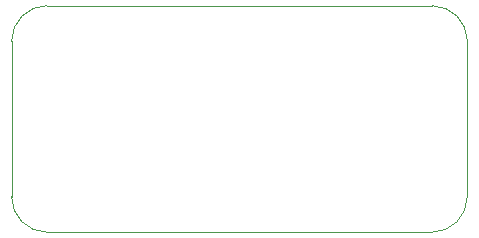
<source format=gbr>
%TF.GenerationSoftware,Altium Limited,Altium Designer,20.0.10 (225)*%
G04 Layer_Color=0*
%FSLAX26Y26*%
%MOIN*%
%TF.FileFunction,Profile,NP*%
%TF.Part,Single*%
G01*
G75*
%TA.AperFunction,Profile*%
%ADD28C,0.001000*%
D28*
X1614173Y1178110D02*
G03*
X1732284Y1060000I118110J0D01*
G01*
X3015354Y1060000D01*
Y1060000D01*
D02*
G03*
X3133465Y1178110I0J118110D01*
G01*
Y1696890D01*
D02*
G03*
X3015354Y1815000I-118110J0D01*
G01*
X3015354D01*
X1732284Y1815000D01*
Y1815000D01*
D02*
G03*
X1614173Y1696890I0J-118110D01*
G01*
X1614173D01*
X1614173Y1178110D01*
%TF.MD5,0daf76baa21d7ab4498a37aa9223c021*%
M02*

</source>
